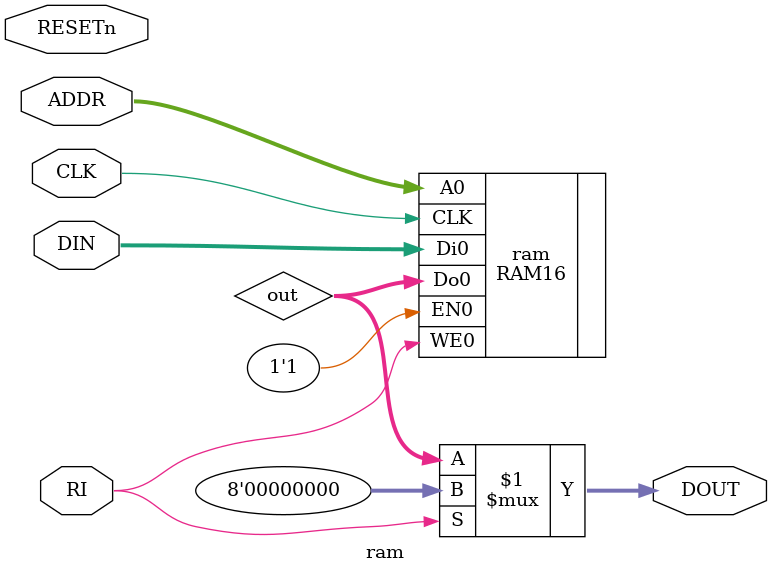
<source format=v>
`default_nettype none
`timescale 1ns/1ns

module ram(
`ifdef USE_POWER_PINS
  input wire        VPWR,
  input wire        VGND,
`endif

  input wire CLK,
  input wire RESETn,

  input wire [3:0] ADDR,
  input wire [7:0] DIN,
  output wire [7:0] DOUT,
  input wire RI
);

  wire [7:0] out;

  RAM16 ram(
`ifdef USE_POWER_PINS
    .VPWR(VPWR),
    .VGND(VGND),
`endif
    .CLK(CLK),
    .EN0(1'b1),
    .WE0(RI),
    .A0(ADDR),
    .Di0(DIN),
    .Do0(out)
  );

  assign DOUT = RI ? 8'b0 : out;

endmodule

</source>
